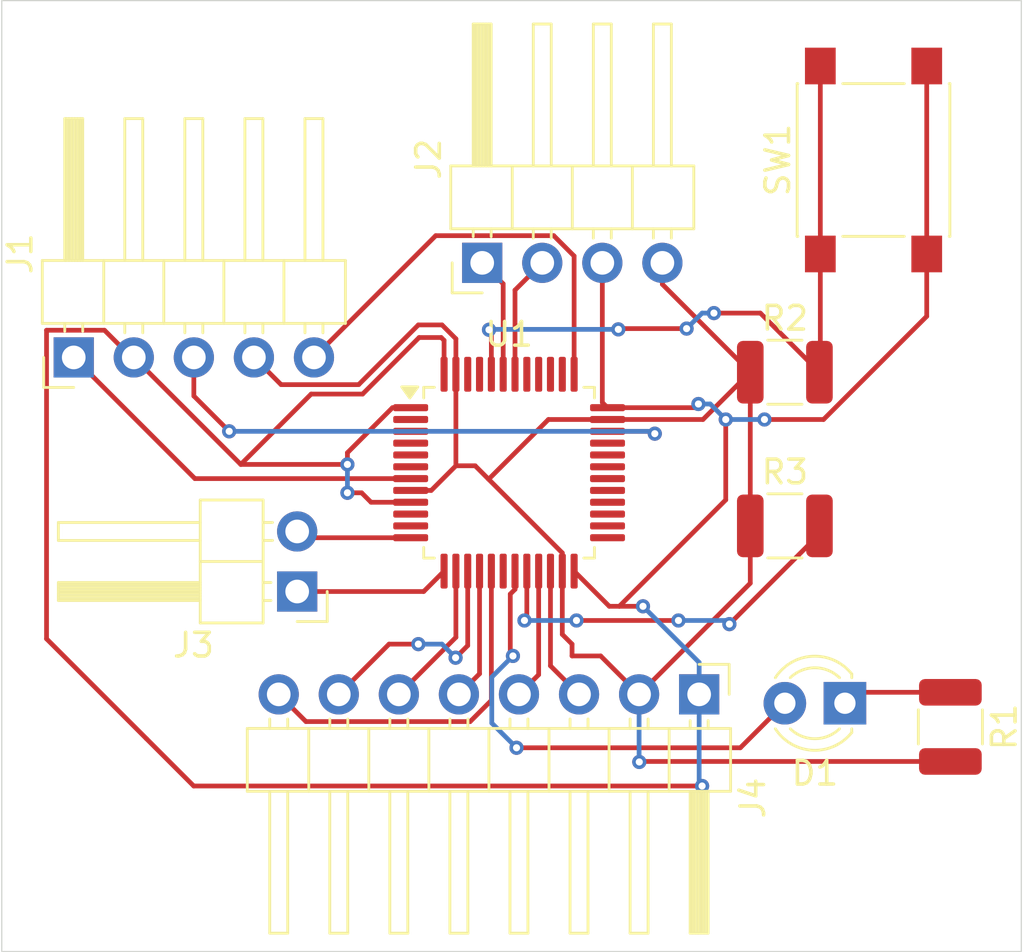
<source format=kicad_pcb>
(kicad_pcb (version 20240108) (generator "pcbnew") (generator_version "8.0")
  (layers (0 "F.Cu" signal) (31 "B.Cu" signal) (34 "B.Paste" user) (35 "F.Paste" user) (36 "B.SilkS" user "B.Silkscreen") (37 "F.SilkS" user "F.Silkscreen") (38 "B.Mask" user) (39 "F.Mask" user) (44 "Edge.Cuts" user))
  (net 0 "")
  (net 1 "Net-(D1-K)")
  (net 2 "DEBUG_LED0")
  (net 3 "+3.3V")
  (net 4 "RST")
  (net 5 "GND")
  (net 6 "SWCLK")
  (net 7 "SWDIO")
  (net 8 "I2C1_SDA")
  (net 9 "I2C1_SCL")
  (net 10 "RESERVED_UART_TX")
  (net 11 "RESERVED_UART_RX")
  (net 12 "DISPLAY_MOSI1")
  (net 13 "DISPLAY_SS1")
  (net 14 "DISPLAY_MISO1")
  (net 15 "DISPLAY_BUSY")
  (net 16 "DISPLAY_RESET")
  (net 17 "DISPLAY_SCK1")
  (net 18 "BOOT0")
  (net 19 "BOOT1")
  (footprint "Connector_PinHeader_2.54mm:PinHeader_1x04_P2.54mm_Horizontal" (layer "F.Cu") (at 42.2 39.875 90)
    (property "Reference" "J2" (at 4.385 -2.27 90) (layer "F.SilkS"))
    (property "Value" "A2541WR-4P")
    (fp_line (start 4.1 -1.33) (end 1.44 -1.33) (stroke (width 0.12)) (layer "F.SilkS"))
    (fp_line (start 1.44 -1.33) (end 1.44 8.95) (stroke (width 0.12)) (layer "F.SilkS"))
    (fp_line (start -1.27 -1.27) (end 0 -1.27) (stroke (width 0.12)) (layer "F.SilkS"))
    (fp_line (start 10.1 -0.38) (end 10.1 0.38) (stroke (width 0.12)) (layer "F.SilkS"))
    (fp_line (start 4.1 -0.38) (end 10.1 -0.38) (stroke (width 0.12)) (layer "F.SilkS"))
    (fp_line (start 1.11 -0.38) (end 1.44 -0.38) (stroke (width 0.12)) (layer "F.SilkS"))
    (fp_line (start 4.1 -0.32) (end 10.1 -0.32) (stroke (width 0.12)) (layer "F.SilkS"))
    (fp_line (start 4.1 -0.2) (end 10.1 -0.2) (stroke (width 0.12)) (layer "F.SilkS"))
    (fp_line (start 4.1 -0.08) (end 10.1 -0.08) (stroke (width 0.12)) (layer "F.SilkS"))
    (fp_line (start -1.27 0) (end -1.27 -1.27) (stroke (width 0.12)) (layer "F.SilkS"))
    (fp_line (start 4.1 0.04) (end 10.1 0.04) (stroke (width 0.12)) (layer "F.SilkS"))
    (fp_line (start 4.1 0.16) (end 10.1 0.16) (stroke (width 0.12)) (layer "F.SilkS"))
    (fp_line (start 4.1 0.28) (end 10.1 0.28) (stroke (width 0.12)) (layer "F.SilkS"))
    (fp_line (start 10.1 0.38) (end 4.1 0.38) (stroke (width 0.12)) (layer "F.SilkS"))
    (fp_line (start 1.11 0.38) (end 1.44 0.38) (stroke (width 0.12)) (layer "F.SilkS"))
    (fp_line (start 1.44 1.27) (end 4.1 1.27) (stroke (width 0.12)) (layer "F.SilkS"))
    (fp_line (start 10.1 2.16) (end 10.1 2.92) (stroke (width 0.12)) (layer "F.SilkS"))
    (fp_line (start 4.1 2.16) (end 10.1 2.16) (stroke (width 0.12)) (layer "F.SilkS"))
    (fp_line (start 1.042929 2.16) (end 1.44 2.16) (stroke (width 0.12)) (layer "F.SilkS"))
    (fp_line (start 10.1 2.92) (end 4.1 2.92) (stroke (width 0.12)) (layer "F.SilkS"))
    (fp_line (start 1.042929 2.92) (end 1.44 2.92) (stroke (width 0.12)) (layer "F.SilkS"))
    (fp_line (start 1.44 3.81) (end 4.1 3.81) (stroke (width 0.12)) (layer "F.SilkS"))
    (fp_line (start 10.1 4.7) (end 10.1 5.46) (stroke (width 0.12)) (layer "F.SilkS"))
    (fp_line (start 4.1 4.7) (end 10.1 4.7) (stroke (width 0.12)) (layer "F.SilkS"))
    (fp_line (start 1.042929 4.7) (end 1.44 4.7) (stroke (width 0.12)) (layer "F.SilkS"))
    (fp_line (start 10.1 5.46) (end 4.1 5.46) (stroke (width 0.12)) (layer "F.SilkS"))
    (fp_line (start 1.042929 5.46) (end 1.44 5.46) (stroke (width 0.12)) (layer "F.SilkS"))
    (fp_line (start 1.44 6.35) (end 4.1 6.35) (stroke (width 0.12)) (layer "F.SilkS"))
    (fp_line (start 10.1 7.24) (end 10.1 8) (stroke (width 0.12)) (layer "F.SilkS"))
    (fp_line (start 4.1 7.24) (end 10.1 7.24) (stroke (width 0.12)) (layer "F.SilkS"))
    (fp_line (start 1.042929 7.24) (end 1.44 7.24) (stroke (width 0.12)) (layer "F.SilkS"))
    (fp_line (start 10.1 8) (end 4.1 8) (stroke (width 0.12)) (layer "F.SilkS"))
    (fp_line (start 1.042929 8) (end 1.44 8) (stroke (width 0.12)) (layer "F.SilkS"))
    (fp_line (start 4.1 8.95) (end 4.1 -1.33) (stroke (width 0.12)) (layer "F.SilkS"))
    (fp_line (start 1.44 8.95) (end 4.1 8.95) (stroke (width 0.12)) (layer "F.SilkS"))
    (pad "1" thru_hole rect (at 0 0 90) (size 1.7 1.7) (drill 1) (layers "*.Cu" "*.Mask") (net 8 "I2C1_SDA"))
    (pad "2" thru_hole oval (at 0 2.54 90) (size 1.7 1.7) (drill 1) (layers "*.Cu" "*.Mask") (net 9 "I2C1_SCL"))
    (pad "3" thru_hole oval (at 0 5.08 90) (size 1.7 1.7) (drill 1) (layers "*.Cu" "*.Mask") (net 3 "+3.3V"))
    (pad "4" thru_hole oval (at 0 7.62 90) (size 1.7 1.7) (drill 1) (layers "*.Cu" "*.Mask") (net 5 "GND"))
  )
  (footprint "Button_Switch_SMD:SW_Push_1P1T_NO_6x6mm_H9.5mm" (layer "F.Cu") (at 58.75 35.525 90)
    (property "Reference" "SW1" (at 0 -4.05 90) (layer "F.SilkS"))
    (property "Value" "KH-6X6X6H-STM")
    (fp_line (start 3.23 -3.23) (end 3.23 -3.2) (stroke (width 0.12)) (layer "F.SilkS"))
    (fp_line (start -3.23 -3.23) (end 3.23 -3.23) (stroke (width 0.12)) (layer "F.SilkS"))
    (fp_line (start -3.23 -3.2) (end -3.23 -3.23) (stroke (width 0.12)) (layer "F.SilkS"))
    (fp_line (start 3.23 -1.3) (end 3.23 1.3) (stroke (width 0.12)) (layer "F.SilkS"))
    (fp_line (start -3.23 -1.3) (end -3.23 1.3) (stroke (width 0.12)) (layer "F.SilkS"))
    (fp_line (start 3.23 3.23) (end 3.23 3.2) (stroke (width 0.12)) (layer "F.SilkS"))
    (fp_line (start -3.23 3.23) (end -3.23 3.2) (stroke (width 0.12)) (layer "F.SilkS"))
    (fp_line (start -3.23 3.23) (end 3.23 3.23) (stroke (width 0.12)) (layer "F.SilkS"))
    (pad "1" smd rect (at -3.975 -2.25 90) (size 1.55 1.3) (layers "F.Cu" "F.Paste" "F.Mask") (net 18 "BOOT0"))
    (pad "1" smd rect (at 3.975 -2.25 90) (size 1.55 1.3) (layers "F.Cu" "F.Paste" "F.Mask") (net 18 "BOOT0"))
    (pad "2" smd rect (at -3.975 2.25 90) (size 1.55 1.3) (layers "F.Cu" "F.Paste" "F.Mask") (net 3 "+3.3V"))
    (pad "2" smd rect (at 3.975 2.25 90) (size 1.55 1.3) (layers "F.Cu" "F.Paste" "F.Mask") (net 3 "+3.3V"))
  )
  (footprint "Connector_PinHeader_2.54mm:PinHeader_1x05_P2.54mm_Horizontal" (layer "F.Cu") (at 24.925 43.875 90)
    (property "Reference" "J1" (at 4.385 -2.27 90) (layer "F.SilkS"))
    (property "Value" "A2541WR-5P")
    (fp_line (start 4.1 -1.33) (end 1.44 -1.33) (stroke (width 0.12)) (layer "F.SilkS"))
    (fp_line (start 1.44 -1.33) (end 1.44 11.49) (stroke (width 0.12)) (layer "F.SilkS"))
    (fp_line (start -1.27 -1.27) (end 0 -1.27) (stroke (width 0.12)) (layer "F.SilkS"))
    (fp_line (start 10.1 -0.38) (end 10.1 0.38) (stroke (width 0.12)) (layer "F.SilkS"))
    (fp_line (start 4.1 -0.38) (end 10.1 -0.38) (stroke (width 0.12)) (layer "F.SilkS"))
    (fp_line (start 1.11 -0.38) (end 1.44 -0.38) (stroke (width 0.12)) (layer "F.SilkS"))
    (fp_line (start 4.1 -0.32) (end 10.1 -0.32) (stroke (width 0.12)) (layer "F.SilkS"))
    (fp_line (start 4.1 -0.2) (end 10.1 -0.2) (stroke (width 0.12)) (layer "F.SilkS"))
    (fp_line (start 4.1 -0.08) (end 10.1 -0.08) (stroke (width 0.12)) (layer "F.SilkS"))
    (fp_line (start -1.27 0) (end -1.27 -1.27) (stroke (width 0.12)) (layer "F.SilkS"))
    (fp_line (start 4.1 0.04) (end 10.1 0.04) (stroke (width 0.12)) (layer "F.SilkS"))
    (fp_line (start 4.1 0.16) (end 10.1 0.16) (stroke (width 0.12)) (layer "F.SilkS"))
    (fp_line (start 4.1 0.28) (end 10.1 0.28) (stroke (width 0.12)) (layer "F.SilkS"))
    (fp_line (start 10.1 0.38) (end 4.1 0.38) (stroke (width 0.12)) (layer "F.SilkS"))
    (fp_line (start 1.11 0.38) (end 1.44 0.38) (stroke (width 0.12)) (layer "F.SilkS"))
    (fp_line (start 1.44 1.27) (end 4.1 1.27) (stroke (width 0.12)) (layer "F.SilkS"))
    (fp_line (start 10.1 2.16) (end 10.1 2.92) (stroke (width 0.12)) (layer "F.SilkS"))
    (fp_line (start 4.1 2.16) (end 10.1 2.16) (stroke (width 0.12)) (layer "F.SilkS"))
    (fp_line (start 1.042929 2.16) (end 1.44 2.16) (stroke (width 0.12)) (layer "F.SilkS"))
    (fp_line (start 10.1 2.92) (end 4.1 2.92) (stroke (width 0.12)) (layer "F.SilkS"))
    (fp_line (start 1.042929 2.92) (end 1.44 2.92) (stroke (width 0.12)) (layer "F.SilkS"))
    (fp_line (start 1.44 3.81) (end 4.1 3.81) (stroke (width 0.12)) (layer "F.SilkS"))
    (fp_line (start 10.1 4.7) (end 10.1 5.46) (stroke (width 0.12)) (layer "F.SilkS"))
    (fp_line (start 4.1 4.7) (end 10.1 4.7) (stroke (width 0.12)) (layer "F.SilkS"))
    (fp_line (start 1.042929 4.7) (end 1.44 4.7) (stroke (width 0.12)) (layer "F.SilkS"))
    (fp_line (start 10.1 5.46) (end 4.1 5.46) (stroke (width 0.12)) (layer "F.SilkS"))
    (fp_line (start 1.042929 5.46) (end 1.44 5.46) (stroke (width 0.12)) (layer "F.SilkS"))
    (fp_line (start 1.44 6.35) (end 4.1 6.35) (stroke (width 0.12)) (layer "F.SilkS"))
    (fp_line (start 10.1 7.24) (end 10.1 8) (stroke (width 0.12)) (layer "F.SilkS"))
    (fp_line (start 4.1 7.24) (end 10.1 7.24) (stroke (width 0.12)) (layer "F.SilkS"))
    (fp_line (start 1.042929 7.24) (end 1.44 7.24) (stroke (width 0.12)) (layer "F.SilkS"))
    (fp_line (start 10.1 8) (end 4.1 8) (stroke (width 0.12)) (layer "F.SilkS"))
    (fp_line (start 1.042929 8) (end 1.44 8) (stroke (width 0.12)) (layer "F.SilkS"))
    (fp_line (start 1.44 8.89) (end 4.1 8.89) (stroke (width 0.12)) (layer "F.SilkS"))
    (fp_line (start 10.1 9.78) (end 10.1 10.54) (stroke (width 0.12)) (layer "F.SilkS"))
    (fp_line (start 4.1 9.78) (end 10.1 9.78) (stroke (width 0.12)) (layer "F.SilkS"))
    (fp_line (start 1.042929 9.78) (end 1.44 9.78) (stroke (width 0.12)) (layer "F.SilkS"))
    (fp_line (start 10.1 10.54) (end 4.1 10.54) (stroke (width 0.12)) (layer "F.SilkS"))
    (fp_line (start 1.042929 10.54) (end 1.44 10.54) (stroke (width 0.12)) (layer "F.SilkS"))
    (fp_line (start 4.1 11.49) (end 4.1 -1.33) (stroke (width 0.12)) (layer "F.SilkS"))
    (fp_line (start 1.44 11.49) (end 4.1 11.49) (stroke (width 0.12)) (layer "F.SilkS"))
    (pad "1" thru_hole rect (at 0 0 90) (size 1.7 1.7) (drill 1) (layers "*.Cu" "*.Mask") (net 4 "RST"))
    (pad "2" thru_hole oval (at 0 2.54 90) (size 1.7 1.7) (drill 1) (layers "*.Cu" "*.Mask") (net 3 "+3.3V"))
    (pad "3" thru_hole oval (at 0 5.08 90) (size 1.7 1.7) (drill 1) (layers "*.Cu" "*.Mask") (net 7 "SWDIO"))
    (pad "4" thru_hole oval (at 0 7.62 90) (size 1.7 1.7) (drill 1) (layers "*.Cu" "*.Mask") (net 5 "GND"))
    (pad "5" thru_hole oval (at 0 10.16 90) (size 1.7 1.7) (drill 1) (layers "*.Cu" "*.Mask") (net 6 "SWCLK"))
  )
  (footprint "Resistor_SMD:R_1210_3225Metric" (layer "F.Cu") (at 62 59.5 -90)
    (property "Reference" "R1" (at 0 -2.28 90) (layer "F.SilkS"))
    (property "Value" "1k Ohm")
    (fp_line (start -0.723737 1.355) (end 0.723737 1.355) (stroke (width 0.12)) (layer "F.SilkS"))
    (fp_line (start -0.723737 -1.355) (end 0.723737 -1.355) (stroke (width 0.12)) (layer "F.SilkS"))
    (pad "1" smd roundrect (at -1.4625 0 270) (size 1.125 2.65) (layers "F.Cu" "F.Paste" "F.Mask") (roundrect_rratio 0.222222) (net 1 "Net-(D1-K)"))
    (pad "2" smd roundrect (at 1.4625 0 270) (size 1.125 2.65) (layers "F.Cu" "F.Paste" "F.Mask") (roundrect_rratio 0.222222) (net 5 "GND"))
  )
  (footprint "Package_QFP:LQFP-48_7x7mm_P0.5mm" (layer "F.Cu") (at 43.3375 48.75)
    (property "Reference" "U1" (at 0 -5.85 0) (layer "F.SilkS"))
    (property "Value" "CH32V203C8T6")
    (fp_line (start -3.61 -3.61) (end -3.61 -3.16) (stroke (width 0.12)) (layer "F.SilkS"))
    (fp_line (start -3.61 3.61) (end -3.61 3.16) (stroke (width 0.12)) (layer "F.SilkS"))
    (fp_line (start -3.16 -3.61) (end -3.61 -3.61) (stroke (width 0.12)) (layer "F.SilkS"))
    (fp_line (start -3.16 3.61) (end -3.61 3.61) (stroke (width 0.12)) (layer "F.SilkS"))
    (fp_line (start 3.16 -3.61) (end 3.61 -3.61) (stroke (width 0.12)) (layer "F.SilkS"))
    (fp_line (start 3.16 3.61) (end 3.61 3.61) (stroke (width 0.12)) (layer "F.SilkS"))
    (fp_line (start 3.61 -3.61) (end 3.61 -3.16) (stroke (width 0.12)) (layer "F.SilkS"))
    (fp_line (start 3.61 3.61) (end 3.61 3.16) (stroke (width 0.12)) (layer "F.SilkS"))
    (fp_poly (pts (xy -4.2 -3.16) (xy -4.54 -3.63) (xy -3.86 -3.63) (xy -4.2 -3.16)) (stroke (width 0.12)) (fill solid) (layer "F.SilkS"))
    (pad "1" smd roundrect (at -4.1625 -2.75) (size 1.475 0.3) (layers "F.Cu" "F.Paste" "F.Mask") (net 3 "+3.3V"))
    (pad "2" smd roundrect (at -4.1625 -2.25) (size 1.475 0.3) (layers "F.Cu" "F.Paste" "F.Mask"))
    (pad "3" smd roundrect (at -4.1625 -1.75) (size 1.475 0.3) (layers "F.Cu" "F.Paste" "F.Mask"))
    (pad "4" smd roundrect (at -4.1625 -1.25) (size 1.475 0.3) (layers "F.Cu" "F.Paste" "F.Mask"))
    (pad "5" smd roundrect (at -4.1625 -0.75) (size 1.475 0.3) (layers "F.Cu" "F.Paste" "F.Mask"))
    (pad "6" smd roundrect (at -4.1625 -0.25) (size 1.475 0.3) (layers "F.Cu" "F.Paste" "F.Mask"))
    (pad "7" smd roundrect (at -4.1625 0.25) (size 1.475 0.3) (layers "F.Cu" "F.Paste" "F.Mask") (net 4 "RST"))
    (pad "8" smd roundrect (at -4.1625 0.75) (size 1.475 0.3) (layers "F.Cu" "F.Paste" "F.Mask") (net 5 "GND"))
    (pad "9" smd roundrect (at -4.1625 1.25) (size 1.475 0.3) (layers "F.Cu" "F.Paste" "F.Mask") (net 3 "+3.3V"))
    (pad "10" smd roundrect (at -4.1625 1.75) (size 1.475 0.3) (layers "F.Cu" "F.Paste" "F.Mask"))
    (pad "11" smd roundrect (at -4.1625 2.25) (size 1.475 0.3) (layers "F.Cu" "F.Paste" "F.Mask"))
    (pad "12" smd roundrect (at -4.1625 2.75) (size 1.475 0.3) (layers "F.Cu" "F.Paste" "F.Mask") (net 10 "RESERVED_UART_TX"))
    (pad "13" smd roundrect (at -2.75 4.1625) (size 0.3 1.475) (layers "F.Cu" "F.Paste" "F.Mask") (net 11 "RESERVED_UART_RX"))
    (pad "14" smd roundrect (at -2.25 4.1625) (size 0.3 1.475) (layers "F.Cu" "F.Paste" "F.Mask") (net 13 "DISPLAY_SS1"))
    (pad "15" smd roundrect (at -1.75 4.1625) (size 0.3 1.475) (layers "F.Cu" "F.Paste" "F.Mask") (net 17 "DISPLAY_SCK1"))
    (pad "16" smd roundrect (at -1.25 4.1625) (size 0.3 1.475) (layers "F.Cu" "F.Paste" "F.Mask") (net 14 "DISPLAY_MISO1"))
    (pad "17" smd roundrect (at -0.75 4.1625) (size 0.3 1.475) (layers "F.Cu" "F.Paste" "F.Mask") (net 12 "DISPLAY_MOSI1"))
    (pad "18" smd roundrect (at -0.25 4.1625) (size 0.3 1.475) (layers "F.Cu" "F.Paste" "F.Mask"))
    (pad "19" smd roundrect (at 0.25 4.1625) (size 0.3 1.475) (layers "F.Cu" "F.Paste" "F.Mask") (net 2 "DEBUG_LED0"))
    (pad "20" smd roundrect (at 0.75 4.1625) (size 0.3 1.475) (layers "F.Cu" "F.Paste" "F.Mask") (net 19 "BOOT1"))
    (pad "21" smd roundrect (at 1.25 4.1625) (size 0.3 1.475) (layers "F.Cu" "F.Paste" "F.Mask") (net 16 "DISPLAY_RESET"))
    (pad "22" smd roundrect (at 1.75 4.1625) (size 0.3 1.475) (layers "F.Cu" "F.Paste" "F.Mask") (net 15 "DISPLAY_BUSY"))
    (pad "23" smd roundrect (at 2.25 4.1625) (size 0.3 1.475) (layers "F.Cu" "F.Paste" "F.Mask") (net 5 "GND"))
    (pad "24" smd roundrect (at 2.75 4.1625) (size 0.3 1.475) (layers "F.Cu" "F.Paste" "F.Mask") (net 3 "+3.3V"))
    (pad "25" smd roundrect (at 4.1625 2.75) (size 1.475 0.3) (layers "F.Cu" "F.Paste" "F.Mask"))
    (pad "26" smd roundrect (at 4.1625 2.25) (size 1.475 0.3) (layers "F.Cu" "F.Paste" "F.Mask"))
    (pad "27" smd roundrect (at 4.1625 1.75) (size 1.475 0.3) (layers "F.Cu" "F.Paste" "F.Mask"))
    (pad "28" smd roundrect (at 4.1625 1.25) (size 1.475 0.3) (layers "F.Cu" "F.Paste" "F.Mask"))
    (pad "29" smd roundrect (at 4.1625 0.75) (size 1.475 0.3) (layers "F.Cu" "F.Paste" "F.Mask"))
    (pad "30" smd roundrect (at 4.1625 0.25) (size 1.475 0.3) (layers "F.Cu" "F.Paste" "F.Mask"))
    (pad "31" smd roundrect (at 4.1625 -0.25) (size 1.475 0.3) (layers "F.Cu" "F.Paste" "F.Mask"))
    (pad "32" smd roundrect (at 4.1625 -0.75) (size 1.475 0.3) (layers "F.Cu" "F.Paste" "F.Mask"))
    (pad "33" smd roundrect (at 4.1625 -1.25) (size 1.475 0.3) (layers "F.Cu" "F.Paste" "F.Mask"))
    (pad "34" smd roundrect (at 4.1625 -1.75) (size 1.475 0.3) (layers "F.Cu" "F.Paste" "F.Mask") (net 7 "SWDIO"))
    (pad "35" smd roundrect (at 4.1625 -2.25) (size 1.475 0.3) (layers "F.Cu" "F.Paste" "F.Mask") (net 5 "GND"))
    (pad "36" smd roundrect (at 4.1625 -2.75) (size 1.475 0.3) (layers "F.Cu" "F.Paste" "F.Mask") (net 3 "+3.3V"))
    (pad "37" smd roundrect (at 2.75 -4.1625) (size 0.3 1.475) (layers "F.Cu" "F.Paste" "F.Mask") (net 6 "SWCLK"))
    (pad "38" smd roundrect (at 2.25 -4.1625) (size 0.3 1.475) (layers "F.Cu" "F.Paste" "F.Mask"))
    (pad "39" smd roundrect (at 1.75 -4.1625) (size 0.3 1.475) (layers "F.Cu" "F.Paste" "F.Mask"))
    (pad "40" smd roundrect (at 1.25 -4.1625) (size 0.3 1.475) (layers "F.Cu" "F.Paste" "F.Mask"))
    (pad "41" smd roundrect (at 0.75 -4.1625) (size 0.3 1.475) (layers "F.Cu" "F.Paste" "F.Mask"))
    (pad "42" smd roundrect (at 0.25 -4.1625) (size 0.3 1.475) (layers "F.Cu" "F.Paste" "F.Mask") (net 9 "I2C1_SCL"))
    (pad "43" smd roundrect (at -0.25 -4.1625) (size 0.3 1.475) (layers "F.Cu" "F.Paste" "F.Mask") (net 8 "I2C1_SDA"))
    (pad "44" smd roundrect (at -0.75 -4.1625) (size 0.3 1.475) (layers "F.Cu" "F.Paste" "F.Mask") (net 18 "BOOT0"))
    (pad "45" smd roundrect (at -1.25 -4.1625) (size 0.3 1.475) (layers "F.Cu" "F.Paste" "F.Mask"))
    (pad "46" smd roundrect (at -1.75 -4.1625) (size 0.3 1.475) (layers "F.Cu" "F.Paste" "F.Mask"))
    (pad "47" smd roundrect (at -2.25 -4.1625) (size 0.3 1.475) (layers "F.Cu" "F.Paste" "F.Mask") (net 5 "GND"))
    (pad "48" smd roundrect (at -2.75 -4.1625) (size 0.3 1.475) (layers "F.Cu" "F.Paste" "F.Mask") (net 3 "+3.3V"))
  )
  (footprint "Resistor_SMD:R_1210_3225Metric" (layer "F.Cu") (at 55 44.5)
    (property "Reference" "R2" (at 0 -2.28 360) (layer "F.SilkS"))
    (property "Value" "10k Ohm")
    (fp_line (start -0.723737 -1.355) (end 0.723737 -1.355) (stroke (width 0.12)) (layer "F.SilkS"))
    (fp_line (start -0.723737 1.355) (end 0.723737 1.355) (stroke (width 0.12)) (layer "F.SilkS"))
    (pad "1" smd roundrect (at -1.4625 0) (size 1.125 2.65) (layers "F.Cu" "F.Paste" "F.Mask") (roundrect_rratio 0.222222) (net 5 "GND"))
    (pad "2" smd roundrect (at 1.4625 0) (size 1.125 2.65) (layers "F.Cu" "F.Paste" "F.Mask") (roundrect_rratio 0.222222) (net 18 "BOOT0"))
  )
  (footprint "LED_THT:LED_D3.0mm" (layer "F.Cu") (at 57.54 58.5 180)
    (property "Reference" "D1" (at 1.27 -2.96 360) (layer "F.SilkS"))
    (property "Value" "NFD3401URD")
    (fp_line (start -0.29 1.08) (end -0.29 1.236) (stroke (width 0.12)) (layer "F.SilkS"))
    (fp_line (start -0.29 -1.236) (end -0.29 -1.08) (stroke (width 0.12)) (layer "F.SilkS"))
    (fp_arc (start 2.942335 1.078608) (mid 1.366487 1.987659) (end -0.29 1.235516) (stroke (width 0.12)) (layer "F.SilkS"))
    (fp_arc (start 2.31113 1.079837) (mid 1.270117 1.5) (end 0.229039 1.08) (stroke (width 0.12)) (layer "F.SilkS"))
    (fp_arc (start 0.229039 -1.08) (mid 1.270117 -1.5) (end 2.31113 -1.079837) (stroke (width 0.12)) (layer "F.SilkS"))
    (fp_arc (start -0.29 -1.235516) (mid 1.366487 -1.987659) (end 2.942335 -1.078608) (stroke (width 0.12)) (layer "F.SilkS"))
    (pad "1" thru_hole rect (at 0 0 180) (size 1.8 1.8) (drill 0.9) (layers "*.Cu" "*.Mask") (net 1 "Net-(D1-K)"))
    (pad "2" thru_hole circle (at 2.54 0 180) (size 1.8 1.8) (drill 0.9) (layers "*.Cu" "*.Mask") (net 2 "DEBUG_LED0"))
  )
  (footprint "Connector_PinHeader_2.54mm:PinHeader_1x02_P2.54mm_Horizontal" (layer "F.Cu") (at 34.375 53.775 180)
    (property "Reference" "J3" (at 4.385 -2.27 360) (layer "F.SilkS"))
    (property "Value" "A2541WR-2P")
    (fp_line (start 10.1 2.92) (end 4.1 2.92) (stroke (width 0.12)) (layer "F.SilkS"))
    (fp_line (start 10.1 2.16) (end 10.1 2.92) (stroke (width 0.12)) (layer "F.SilkS"))
    (fp_line (start 10.1 0.38) (end 4.1 0.38) (stroke (width 0.12)) (layer "F.SilkS"))
    (fp_line (start 10.1 -0.38) (end 10.1 0.38) (stroke (width 0.12)) (layer "F.SilkS"))
    (fp_line (start 4.1 3.87) (end 4.1 -1.33) (stroke (width 0.12)) (layer "F.SilkS"))
    (fp_line (start 4.1 2.16) (end 10.1 2.16) (stroke (width 0.12)) (layer "F.SilkS"))
    (fp_line (start 4.1 0.28) (end 10.1 0.28) (stroke (width 0.12)) (layer "F.SilkS"))
    (fp_line (start 4.1 0.16) (end 10.1 0.16) (stroke (width 0.12)) (layer "F.SilkS"))
    (fp_line (start 4.1 0.04) (end 10.1 0.04) (stroke (width 0.12)) (layer "F.SilkS"))
    (fp_line (start 4.1 -0.08) (end 10.1 -0.08) (stroke (width 0.12)) (layer "F.SilkS"))
    (fp_line (start 4.1 -0.2) (end 10.1 -0.2) (stroke (width 0.12)) (layer "F.SilkS"))
    (fp_line (start 4.1 -0.32) (end 10.1 -0.32) (stroke (width 0.12)) (layer "F.SilkS"))
    (fp_line (start 4.1 -0.38) (end 10.1 -0.38) (stroke (width 0.12)) (layer "F.SilkS"))
    (fp_line (start 4.1 -1.33) (end 1.44 -1.33) (stroke (width 0.12)) (layer "F.SilkS"))
    (fp_line (start 1.44 3.87) (end 4.1 3.87) (stroke (width 0.12)) (layer "F.SilkS"))
    (fp_line (start 1.44 1.27) (end 4.1 1.27) (stroke (width 0.12)) (layer "F.SilkS"))
    (fp_line (start 1.44 -1.33) (end 1.44 3.87) (stroke (width 0.12)) (layer "F.SilkS"))
    (fp_line (start 1.11 0.38) (end 1.44 0.38) (stroke (width 0.12)) (layer "F.SilkS"))
    (fp_line (start 1.11 -0.38) (end 1.44 -0.38) (stroke (width 0.12)) (layer "F.SilkS"))
    (fp_line (start 1.042929 2.92) (end 1.44 2.92) (stroke (width 0.12)) (layer "F.SilkS"))
    (fp_line (start 1.042929 2.16) (end 1.44 2.16) (stroke (width 0.12)) (layer "F.SilkS"))
    (fp_line (start -1.27 0) (end -1.27 -1.27) (stroke (width 0.12)) (layer "F.SilkS"))
    (fp_line (start -1.27 -1.27) (end 0 -1.27) (stroke (width 0.12)) (layer "F.SilkS"))
    (pad "1" thru_hole rect (at 0 0 180) (size 1.7 1.7) (drill 1) (layers "*.Cu" "*.Mask") (net 11 "RESERVED_UART_RX"))
    (pad "2" thru_hole oval (at 0 2.54 180) (size 1.7 1.7) (drill 1) (layers "*.Cu" "*.Mask") (net 10 "RESERVED_UART_TX"))
  )
  (footprint "Connector_PinHeader_2.54mm:PinHeader_1x08_P2.54mm_Horizontal" (layer "F.Cu") (at 51.375 58.125 -90)
    (property "Reference" "J4" (at 4.385 -2.27 90) (layer "F.SilkS"))
    (property "Value" "A2541WR-8P")
    (fp_line (start 1.44 19.11) (end 4.1 19.11) (stroke (width 0.12)) (layer "F.SilkS"))
    (fp_line (start 4.1 19.11) (end 4.1 -1.33) (stroke (width 0.12)) (layer "F.SilkS"))
    (fp_line (start 1.042929 18.16) (end 1.44 18.16) (stroke (width 0.12)) (layer "F.SilkS"))
    (fp_line (start 10.1 18.16) (end 4.1 18.16) (stroke (width 0.12)) (layer "F.SilkS"))
    (fp_line (start 1.042929 17.4) (end 1.44 17.4) (stroke (width 0.12)) (layer "F.SilkS"))
    (fp_line (start 4.1 17.4) (end 10.1 17.4) (stroke (width 0.12)) (layer "F.SilkS"))
    (fp_line (start 10.1 17.4) (end 10.1 18.16) (stroke (width 0.12)) (layer "F.SilkS"))
    (fp_line (start 1.44 16.51) (end 4.1 16.51) (stroke (width 0.12)) (layer "F.SilkS"))
    (fp_line (start 1.042929 15.62) (end 1.44 15.62) (stroke (width 0.12)) (layer "F.SilkS"))
    (fp_line (start 10.1 15.62) (end 4.1 15.62) (stroke (width 0.12)) (layer "F.SilkS"))
    (fp_line (start 1.042929 14.86) (end 1.44 14.86) (stroke (width 0.12)) (layer "F.SilkS"))
    (fp_line (start 4.1 14.86) (end 10.1 14.86) (stroke (width 0.12)) (layer "F.SilkS"))
    (fp_line (start 10.1 14.86) (end 10.1 15.62) (stroke (width 0.12)) (layer "F.SilkS"))
    (fp_line (start 1.44 13.97) (end 4.1 13.97) (stroke (width 0.12)) (layer "F.SilkS"))
    (fp_line (start 1.042929 13.08) (end 1.44 13.08) (stroke (width 0.12)) (layer "F.SilkS"))
    (fp_line (start 10.1 13.08) (end 4.1 13.08) (stroke (width 0.12)) (layer "F.SilkS"))
    (fp_line (start 1.042929 12.32) (end 1.44 12.32) (stroke (width 0.12)) (layer "F.SilkS"))
    (fp_line (start 4.1 12.32) (end 10.1 12.32) (stroke (width 0.12)) (layer "F.SilkS"))
    (fp_line (start 10.1 12.32) (end 10.1 13.08) (stroke (width 0.12)) (layer "F.SilkS"))
    (fp_line (start 1.44 11.43) (end 4.1 11.43) (stroke (width 0.12)) (layer "F.SilkS"))
    (fp_line (start 1.042929 10.54) (end 1.44 10.54) (stroke (width 0.12)) (layer "F.SilkS"))
    (fp_line (start 10.1 10.54) (end 4.1 10.54) (stroke (width 0.12)) (layer "F.SilkS"))
    (fp_line (start 1.042929 9.78) (end 1.44 9.78) (stroke (width 0.12)) (layer "F.SilkS"))
    (fp_line (start 4.1 9.78) (end 10.1 9.78) (stroke (width 0.12)) (layer "F.SilkS"))
    (fp_line (start 10.1 9.78) (end 10.1 10.54) (stroke (width 0.12)) (layer "F.SilkS"))
    (fp_line (start 1.44 8.89) (end 4.1 8.89) (stroke (width 0.12)) (layer "F.SilkS"))
    (fp_line (start 1.042929 8) (end 1.44 8) (stroke (width 0.12)) (layer "F.SilkS"))
    (fp_line (start 10.1 8) (end 4.1 8) (stroke (width 0.12)) (layer "F.SilkS"))
    (fp_line (start 1.042929 7.24) (end 1.44 7.24) (stroke (width 0.12)) (layer "F.SilkS"))
    (fp_line (start 4.1 7.24) (end 10.1 7.24) (stroke (width 0.12)) (layer "F.SilkS"))
    (fp_line (start 10.1 7.24) (end 10.1 8) (stroke (width 0.12)) (layer "F.SilkS"))
    (fp_line (start 1.44 6.35) (end 4.1 6.35) (stroke (width 0.12)) (layer "F.SilkS"))
    (fp_line (start 1.042929 5.46) (end 1.44 5.46) (stroke (width 0.12)) (layer "F.SilkS"))
    (fp_line (start 10.1 5.46) (end 4.1 5.46) (stroke (width 0.12)) (layer "F.SilkS"))
    (fp_line (start 1.042929 4.7) (end 1.44 4.7) (stroke (width 0.12)) (layer "F.SilkS"))
    (fp_line (start 4.1 4.7) (end 10.1 4.7) (stroke (width 0.12)) (layer "F.SilkS"))
    (fp_line (start 10.1 4.7) (end 10.1 5.46) (stroke (width 0.12)) (layer "F.SilkS"))
    (fp_line (start 1.44 3.81) (end 4.1 3.81) (stroke (width 0.12)) (layer "F.SilkS"))
    (fp_line (start 1.042929 2.92) (end 1.44 2.92) (stroke (width 0.12)) (layer "F.SilkS"))
    (fp_line (start 10.1 2.92) (end 4.1 2.92) (stroke (width 0.12)) (layer "F.SilkS"))
    (fp_line (start 1.042929 2.16) (end 1.44 2.16) (stroke (width 0.12)) (layer "F.SilkS"))
    (fp_line (start 4.1 2.16) (end 10.1 2.16) (stroke (width 0.12)) (layer "F.SilkS"))
    (fp_line (start 10.1 2.16) (end 10.1 2.92) (stroke (width 0.12)) (layer "F.SilkS"))
    (fp_line (start 1.44 1.27) (end 4.1 1.27) (stroke (width 0.12)) (layer "F.SilkS"))
    (fp_line (start 1.11 0.38) (end 1.44 0.38) (stroke (width 0.12)) (layer "F.SilkS"))
    (fp_line (start 10.1 0.38) (end 4.1 0.38) (stroke (width 0.12)) (layer "F.SilkS"))
    (fp_line (start 4.1 0.28) (end 10.1 0.28) (stroke (width 0.12)) (layer "F.SilkS"))
    (fp_line (start 4.1 0.16) (end 10.1 0.16) (stroke (width 0.12)) (layer "F.SilkS"))
    (fp_line (start 4.1 0.04) (end 10.1 0.04) (stroke (width 0.12)) (layer "F.SilkS"))
    (fp_line (start -1.27 0) (end -1.27 -1.27) (stroke (width 0.12)) (layer "F.SilkS"))
    (fp_line (start 4.1 -0.08) (end 10.1 -0.08) (stroke (width 0.12)) (layer "F.SilkS"))
    (fp_line (start 4.1 -0.2) (end 10.1 -0.2) (stroke (width 0.12)) (layer "F.SilkS"))
    (fp_line (start 4.1 -0.32) (end 10.1 -0.32) (stroke (width 0.12)) (layer "F.SilkS"))
    (fp_line (start 1.11 -0.38) (end 1.44 -0.38) (stroke (width 0.12)) (layer "F.SilkS"))
    (fp_line (start 4.1 -0.38) (end 10.1 -0.38) (stroke (width 0.12)) (layer "F.SilkS"))
    (fp_line (start 10.1 -0.38) (end 10.1 0.38) (stroke (width 0.12)) (layer "F.SilkS"))
    (fp_line (start -1.27 -1.27) (end 0 -1.27) (stroke (width 0.12)) (layer "F.SilkS"))
    (fp_line (start 1.44 -1.33) (end 1.44 19.11) (stroke (width 0.12)) (layer "F.SilkS"))
    (fp_line (start 4.1 -1.33) (end 1.44 -1.33) (stroke (width 0.12)) (layer "F.SilkS"))
    (pad "1" thru_hole rect (at 0 0 270) (size 1.7 1.7) (drill 1) (layers "*.Cu" "*.Mask") (net 3 "+3.3V"))
    (pad "2" thru_hole oval (at 0 2.54 270) (size 1.7 1.7) (drill 1) (layers "*.Cu" "*.Mask") (net 5 "GND"))
    (pad "3" thru_hole oval (at 0 5.08 270) (size 1.7 1.7) (drill 1) (layers "*.Cu" "*.Mask") (net 15 "DISPLAY_BUSY"))
    (pad "4" thru_hole oval (at 0 7.62 270) (size 1.7 1.7) (drill 1) (layers "*.Cu" "*.Mask") (net 16 "DISPLAY_RESET"))
    (pad "5" thru_hole oval (at 0 10.16 270) (size 1.7 1.7) (drill 1) (layers "*.Cu" "*.Mask") (net 14 "DISPLAY_MISO1"))
    (pad "6" thru_hole oval (at 0 12.7 270) (size 1.7 1.7) (drill 1) (layers "*.Cu" "*.Mask") (net 13 "DISPLAY_SS1"))
    (pad "7" thru_hole oval (at 0 15.24 270) (size 1.7 1.7) (drill 1) (layers "*.Cu" "*.Mask") (net 17 "DISPLAY_SCK1"))
    (pad "8" thru_hole oval (at 0 17.78 270) (size 1.7 1.7) (drill 1) (layers "*.Cu" "*.Mask") (net 12 "DISPLAY_MOSI1"))
  )
  (footprint "Resistor_SMD:R_1210_3225Metric" (layer "F.Cu") (at 55 51)
    (property "Reference" "R3" (at 0 -2.28 0) (layer "F.SilkS"))
    (property "Value" "10k Ohm")
    (fp_line (start -0.723737 -1.355) (end 0.723737 -1.355) (stroke (width 0.12)) (layer "F.SilkS"))
    (fp_line (start -0.723737 1.355) (end 0.723737 1.355) (stroke (width 0.12)) (layer "F.SilkS"))
    (pad "1" smd roundrect (at -1.4625 0) (size 1.125 2.65) (layers "F.Cu" "F.Paste" "F.Mask") (roundrect_rratio 0.222222) (net 5 "GND"))
    (pad "2" smd roundrect (at 1.4625 0) (size 1.125 2.65) (layers "F.Cu" "F.Paste" "F.Mask") (roundrect_rratio 0.222222) (net 19 "BOOT1"))
  )
  (gr_rect (start 21.881294 28.783591) (end 65 69) (stroke (width 0.05)) (fill none) (layer "Edge.Cuts"))
  (segment (start 62 58.0375) (end 58.0025 58.0375) (width 0.2) (layer "F.Cu") (net 1))
  (segment (start 58.0025 58.0375) (end 57.54 58.5) (width 0.2) (layer "F.Cu") (net 1))
  (segment (start 43.3875 56.3875) (end 43.3875 53.88241) (width 0.2) (layer "F.Cu") (net 2))
  (segment (start 53.11621 60.38379) (end 43.651322 60.38379) (width 0.2) (layer "F.Cu") (net 2))
  (segment (start 55 58.5) (end 53.11621 60.38379) (width 0.2) (layer "F.Cu") (net 2))
  (segment (start 43.5 56.5) (end 43.3875 56.3875) (width 0.2) (layer "F.Cu") (net 2))
  (segment (start 43.3875 53.88241) (end 43.5875 53.68241) (width 0.2) (layer "F.Cu") (net 2))
  (segment (start 43.5875 53.68241) (end 43.5875 52.9125) (width 0.2) (layer "F.Cu") (net 2))
  (via (at 43.651322 60.38379) (size 0.6) (drill 0.3) (layers "F.Cu" "B.Cu") (net 2))
  (via (at 43.5 56.5) (size 0.6) (drill 0.3) (layers "F.Cu" "B.Cu") (net 2))
  (segment (start 42.605 59.337468) (end 42.605 57.395) (width 0.2) (layer "B.Cu") (net 2))
  (segment (start 43.651322 60.38379) (end 42.605 59.337468) (width 0.2) (layer "B.Cu") (net 2))
  (segment (start 42.605 57.395) (end 43.5 56.5) (width 0.2) (layer "B.Cu") (net 2))
  (segment (start 37.140686 45.425) (end 34.965 45.425) (width 0.2) (layer "F.Cu") (net 3))
  (segment (start 36.5 49.6) (end 37.1 49.6) (width 0.2) (layer "F.Cu") (net 3))
  (segment (start 34.965 45.425) (end 31.99 48.4) (width 0.2) (layer "F.Cu") (net 3))
  (segment (start 38.40509 46) (end 39.175 46) (width 0.2) (layer "F.Cu") (net 3))
  (segment (start 37.1 49.6) (end 37.5 50) (width 0.2) (layer "F.Cu") (net 3))
  (segment (start 28 60) (end 30 62) (width 0.2) (layer "F.Cu") (net 3))
  (segment (start 23.775 55.775) (end 28 60) (width 0.2) (layer "F.Cu") (net 3))
  (segment (start 23.775 42.725) (end 23.775 55.775) (width 0.2) (layer "F.Cu") (net 3))
  (segment (start 46.0875 52.9125) (end 47.575 54.4) (width 0.2) (layer "F.Cu") (net 3))
  (segment (start 27.465 43.875) (end 31.99 48.4) (width 0.2) (layer "F.Cu") (net 3))
  (segment (start 47.28 45.78) (end 47.28 39.875) (width 0.2) (layer "F.Cu") (net 3))
  (segment (start 36.5 47.90509) (end 38.40509 46) (width 0.2) (layer "F.Cu") (net 3))
  (segment (start 61 39.5) (end 61 31.55) (width 0.2) (layer "F.Cu") (net 3))
  (segment (start 47.575 54.4) (end 48 54.4) (width 0.2) (layer "F.Cu") (net 3))
  (segment (start 56.634744 46.5) (end 54.1375 46.5) (width 0.2) (layer "F.Cu") (net 3))
  (segment (start 30 62) (end 51.5 62) (width 0.2) (layer "F.Cu") (net 3))
  (segment (start 48 54.4) (end 49 54.4) (width 0.2) (layer "F.Cu") (net 3))
  (segment (start 37.5 50) (end 39.175 50) (width 0.2) (layer "F.Cu") (net 3))
  (segment (start 40.5875 44.5875) (end 40.5875 43.153186) (width 0.2) (layer "F.Cu") (net 3))
  (segment (start 39.532843 43.032843) (end 37.140686 45.425) (width 0.2) (layer "F.Cu") (net 3))
  (segment (start 27.375 43.875) (end 26.225 42.725) (width 0.2) (layer "F.Cu") (net 3))
  (segment (start 52.5 46.5) (end 52.5 49.9) (width 0.2) (layer "F.Cu") (net 3))
  (segment (start 47.5 46) (end 47.28 45.78) (width 0.2) (layer "F.Cu") (net 3))
  (segment (start 61 39.5) (end 61 42.134744) (width 0.2) (layer "F.Cu") (net 3))
  (segment (start 27.465 43.875) (end 27.375 43.875) (width 0.2) (layer "F.Cu") (net 3))
  (segment (start 40.467157 43.032843) (end 39.532843 43.032843) (width 0.2) (layer "F.Cu") (net 3))
  (segment (start 47.5 46) (end 51.18897 46) (width 0.2) (layer "F.Cu") (net 3))
  (segment (start 31.99 48.4) (end 36.5 48.4) (width 0.2) (layer "F.Cu") (net 3))
  (segment (start 61 42.134744) (end 56.634744 46.5) (width 0.2) (layer "F.Cu") (net 3))
  (segment (start 51.18897 46) (end 51.344485 45.844485) (width 0.2) (layer "F.Cu") (net 3))
  (segment (start 40.5875 43.153186) (end 40.467157 43.032843) (width 0.2) (layer "F.Cu") (net 3))
  (segment (start 26.225 42.725) (end 23.775 42.725) (width 0.2) (layer "F.Cu") (net 3))
  (segment (start 36.5 48.4) (end 36.5 47.90509) (width 0.2) (layer "F.Cu") (net 3))
  (segment (start 52.5 49.9) (end 48 54.4) (width 0.2) (layer "F.Cu") (net 3))
  (via (at 36.5 48.4) (size 0.6) (drill 0.3) (layers "F.Cu" "B.Cu") (net 3))
  (via (at 54.1375 46.5) (size 0.6) (drill 0.3) (layers "F.Cu" "B.Cu") (net 3))
  (via (at 49 54.4) (size 0.6) (drill 0.3) (layers "F.Cu" "B.Cu") (net 3))
  (via (at 51.5 62) (size 0.6) (drill 0.3) (layers "F.Cu" "B.Cu") (net 3))
  (via (at 52.5 46.5) (size 0.6) (drill 0.3) (layers "F.Cu" "B.Cu") (net 3))
  (via (at 51.344485 45.844485) (size 0.6) (drill 0.3) (layers "F.Cu" "B.Cu") (net 3))
  (via (at 36.5 49.6) (size 0.6) (drill 0.3) (layers "F.Cu" "B.Cu") (net 3))
  (segment (start 51.375 56.775) (end 51.375 58.125) (width 0.2) (layer "B.Cu") (net 3))
  (segment (start 51.844485 45.844485) (end 52.5 46.5) (width 0.2) (layer "B.Cu") (net 3))
  (segment (start 51.5 62) (end 51.375 61.875) (width 0.2) (layer "B.Cu") (net 3))
  (segment (start 49 54.4) (end 51.375 56.775) (width 0.2) (layer "B.Cu") (net 3))
  (segment (start 51.375 61.875) (end 51.375 58.125) (width 0.2) (layer "B.Cu") (net 3))
  (segment (start 54.1375 46.5) (end 52.5 46.5) (width 0.2) (layer "B.Cu") (net 3))
  (segment (start 51.344485 45.844485) (end 51.844485 45.844485) (width 0.2) (layer "B.Cu") (net 3))
  (segment (start 36.5 48.4) (end 36.5 49.6) (width 0.2) (layer "B.Cu") (net 3))
  (segment (start 30.05 49) (end 39.175 49) (width 0.2) (layer "F.Cu") (net 4))
  (segment (start 24.925 43.875) (end 30.05 49) (width 0.2) (layer "F.Cu") (net 4))
  (segment (start 40.04491 49.5) (end 41.0875 48.45741) (width 0.2) (layer "F.Cu") (net 5))
  (segment (start 32.545 43.875) (end 33.695 45.025) (width 0.2) (layer "F.Cu") (net 5))
  (segment (start 53.5375 44.5) (end 53.5375 51) (width 0.2) (layer "F.Cu") (net 5))
  (segment (start 47.5 46.5) (end 45 46.5) (width 0.2) (layer "F.Cu") (net 5))
  (segment (start 49.82 40.7825) (end 49.82 39.875) (width 0.2) (layer "F.Cu") (net 5))
  (segment (start 62 60.9625) (end 48.864526 60.9625) (width 0.2) (layer "F.Cu") (net 5))
  (segment (start 53.5375 44.5) (end 49.82 40.7825) (width 0.2) (layer "F.Cu") (net 5))
  (segment (start 41.90232 48.45741) (end 41.0875 48.45741) (width 0.2) (layer "F.Cu") (net 5))
  (segment (start 51.5375 46.5) (end 47.5 46.5) (width 0.2) (layer "F.Cu") (net 5))
  (segment (start 46 56.5) (end 46 56) (width 0.2) (layer "F.Cu") (net 5))
  (segment (start 46 56) (end 45.5875 55.5875) (width 0.2) (layer "F.Cu") (net 5))
  (segment (start 45 46.5) (end 42.472455 49.027545) (width 0.2) (layer "F.Cu") (net 5))
  (segment (start 42.472455 49.027545) (end 41.90232 48.45741) (width 0.2) (layer "F.Cu") (net 5))
  (segment (start 36.975 45.025) (end 39.5 42.5) (width 0.2) (layer "F.Cu") (net 5))
  (segment (start 53.5375 53.4225) (end 48.835 58.125) (width 0.2) (layer "F.Cu") (net 5))
  (segment (start 39.175 49.5) (end 40.04491 49.5) (width 0.2) (layer "F.Cu") (net 5))
  (segment (start 33.695 45.025) (end 36.975 45.025) (width 0.2) (layer "F.Cu") (net 5))
  (segment (start 45.5875 52.14259) (end 42.472455 49.027545) (width 0.2) (layer "F.Cu") (net 5))
  (segment (start 41.0875 43.0875) (end 41.0875 44.5875) (width 0.2) (layer "F.Cu") (net 5))
  (segment (start 48.835 58.125) (end 47.21 56.5) (width 0.2) (layer "F.Cu") (net 5))
  (segment (start 40.5 42.5) (end 41.0875 43.0875) (width 0.2) (layer "F.Cu") (net 5))
  (segment (start 48.864526 60.9625) (end 48.843236 60.98379) (width 0.2) (layer "F.Cu") (net 5))
  (segment (start 41.0875 48.45741) (end 41.0875 44.5875) (width 0.2) (layer "F.Cu") (net 5))
  (segment (start 45.5875 55.5875) (end 45.5875 52.9125) (width 0.2) (layer "F.Cu") (net 5))
  (segment (start 53.5375 51) (end 53.5375 53.4225) (width 0.2) (layer "F.Cu") (net 5))
  (segment (start 47.21 56.5) (end 46 56.5) (width 0.2) (layer "F.Cu") (net 5))
  (segment (start 45.5875 52.9125) (end 45.5875 52.14259) (width 0.2) (layer "F.Cu") (net 5))
  (segment (start 53.5375 44.5) (end 51.5375 46.5) (width 0.2) (layer "F.Cu") (net 5))
  (segment (start 39.5 42.5) (end 40.5 42.5) (width 0.2) (layer "F.Cu") (net 5))
  (via (at 48.843236 60.98379) (size 0.6) (drill 0.3) (layers "F.Cu" "B.Cu") (net 5))
  (segment (start 48.835 60.975554) (end 48.835 58.125) (width 0.2) (layer "B.Cu") (net 5))
  (segment (start 48.843236 60.98379) (end 48.835 60.975554) (width 0.2) (layer "B.Cu") (net 5))
  (segment (start 35.085 43.875) (end 40.235 38.725) (width 0.2) (layer "F.Cu") (net 6))
  (segment (start 40.235 38.725) (end 45.225 38.725) (width 0.2) (layer "F.Cu") (net 6))
  (segment (start 46.0875 39.5875) (end 46.0875 44.5875) (width 0.2) (layer "F.Cu") (net 6))
  (segment (start 45.225 38.725) (end 46.0875 39.5875) (width 0.2) (layer "F.Cu") (net 6))
  (segment (start 30.005 43.875) (end 30.005 45.505) (width 0.2) (layer "F.Cu") (net 7))
  (segment (start 49.5 47.1) (end 49.4 47) (width 0.2) (layer "F.Cu") (net 7))
  (segment (start 49.4 47) (end 47.5 47) (width 0.2) (layer "F.Cu") (net 7))
  (segment (start 30.005 45.505) (end 31.5 47) (width 0.2) (layer "F.Cu") (net 7))
  (via (at 49.5 47.1) (size 0.6) (drill 0.3) (layers "F.Cu" "B.Cu") (net 7))
  (via (at 31.5 47) (size 0.6) (drill 0.3) (layers "F.Cu" "B.Cu") (net 7))
  (segment (start 49.4 47) (end 49.5 47.1) (width 0.2) (layer "B.Cu") (net 7))
  (segment (start 31.5 47) (end 49.4 47) (width 0.2) (layer "B.Cu") (net 7))
  (segment (start 42.2 39.875) (end 43.0875 40.7625) (width 0.2) (layer "F.Cu") (net 8))
  (segment (start 43.0875 40.7625) (end 43.0875 44.5875) (width 0.2) (layer "F.Cu") (net 8))
  (segment (start 44.74 39.875) (end 43.5875 41.0275) (width 0.2) (layer "F.Cu") (net 9))
  (segment (start 43.5875 41.0275) (end 43.5875 44.5875) (width 0.2) (layer "F.Cu") (net 9))
  (segment (start 34.375 51.235) (end 34.64 51.5) (width 0.2) (layer "F.Cu") (net 10))
  (segment (start 34.64 51.5) (end 39.175 51.5) (width 0.2) (layer "F.Cu") (net 10))
  (segment (start 40.5875 52.9125) (end 39.725 53.775) (width 0.2) (layer "F.Cu") (net 11))
  (segment (start 39.725 53.775) (end 34.375 53.775) (width 0.2) (layer "F.Cu") (net 11))
  (segment (start 41.691346 59.275) (end 34.745 59.275) (width 0.2) (layer "F.Cu") (net 12))
  (segment (start 42.5875 58.378846) (end 41.691346 59.275) (width 0.2) (layer "F.Cu") (net 12))
  (segment (start 42.5875 52.9125) (end 42.5875 58.378846) (width 0.2) (layer "F.Cu") (net 12))
  (segment (start 34.745 59.275) (end 33.595 58.125) (width 0.2) (layer "F.Cu") (net 12))
  (segment (start 38.675 58.125) (end 41.0875 55.7125) (width 0.2) (layer "F.Cu") (net 13))
  (segment (start 41.0875 55.7125) (end 41.0875 52.9125) (width 0.2) (layer "F.Cu") (net 13))
  (segment (start 42.0875 57.2525) (end 42.0875 52.9125) (width 0.2) (layer "F.Cu") (net 14))
  (segment (start 41.215 58.125) (end 42.0875 57.2525) (width 0.2) (layer "F.Cu") (net 14))
  (segment (start 45.0875 56.9175) (end 45.0875 52.9125) (width 0.2) (layer "F.Cu") (net 15))
  (segment (start 46.295 58.125) (end 45.0875 56.9175) (width 0.2) (layer "F.Cu") (net 15))
  (segment (start 44.5875 57.2925) (end 44.5875 52.9125) (width 0.2) (layer "F.Cu") (net 16))
  (segment (start 43.755 58.125) (end 44.5875 57.2925) (width 0.2) (layer "F.Cu") (net 16))
  (segment (start 41.074265 56.574265) (end 41.5875 56.06103) (width 0.2) (layer "F.Cu") (net 17))
  (segment (start 38.26 56) (end 39.5 56) (width 0.2) (layer "F.Cu") (net 17))
  (segment (start 36.135 58.125) (end 38.26 56) (width 0.2) (layer "F.Cu") (net 17))
  (segment (start 41.5875 56.06103) (end 41.5875 52.9125) (width 0.2) (layer "F.Cu") (net 17))
  (via (at 39.5 56) (size 0.6) (drill 0.3) (layers "F.Cu" "B.Cu") (net 17))
  (via (at 41.074265 56.574265) (size 0.6) (drill 0.3) (layers "F.Cu" "B.Cu") (net 17))
  (segment (start 40.5 56) (end 41.074265 56.574265) (width 0.2) (layer "B.Cu") (net 17))
  (segment (start 39.5 56) (end 40.5 56) (width 0.2) (layer "B.Cu") (net 17))
  (segment (start 56.5 31.55) (end 56.5 39.5) (width 0.2) (layer "F.Cu") (net 18))
  (segment (start 42.4875 42.704866) (end 42.5875 42.804866) (width 0.2) (layer "F.Cu") (net 18))
  (segment (start 56.5 39.5) (end 56.5 44.4625) (width 0.2) (layer "F.Cu") (net 18))
  (segment (start 50.844485 42.655515) (end 47.989024 42.655515) (width 0.2) (layer "F.Cu") (net 18))
  (segment (start 56.4625 44.5) (end 53.9625 42) (width 0.2) (layer "F.Cu") (net 18))
  (segment (start 42.5875 42.804866) (end 42.5875 44.5875) (width 0.2) (layer "F.Cu") (net 18))
  (segment (start 53.9625 42) (end 52 42) (width 0.2) (layer "F.Cu") (net 18))
  (segment (start 56.5 44.4625) (end 56.4625 44.5) (width 0.2) (layer "F.Cu") (net 18))
  (segment (start 47.989024 42.655515) (end 47.956557 42.687982) (width 0.2) (layer "F.Cu") (net 18))
  (via (at 50.844485 42.655515) (size 0.6) (drill 0.3) (layers "F.Cu" "B.Cu") (net 18))
  (via (at 47.956557 42.687982) (size 0.6) (drill 0.3) (layers "F.Cu" "B.Cu") (net 18))
  (via (at 42.4875 42.704866) (size 0.6) (drill 0.3) (layers "F.Cu" "B.Cu") (net 18))
  (via (at 52 42) (size 0.6) (drill 0.3) (layers "F.Cu" "B.Cu") (net 18))
  (segment (start 47.956557 42.687982) (end 42.504384 42.687982) (width 0.2) (layer "B.Cu") (net 18))
  (segment (start 42.504384 42.687982) (end 42.4875 42.704866) (width 0.2) (layer "B.Cu") (net 18))
  (segment (start 51.5 42) (end 50.844485 42.655515) (width 0.2) (layer "B.Cu") (net 18))
  (segment (start 52 42) (end 51.5 42) (width 0.2) (layer "B.Cu") (net 18))
  (segment (start 43.9875 55) (end 44.0875 54.9) (width 0.2) (layer "F.Cu") (net 19))
  (segment (start 56.4625 51.34603) (end 52.654265 55.154265) (width 0.2) (layer "F.Cu") (net 19))
  (segment (start 56.4625 51) (end 56.4625 51.34603) (width 0.2) (layer "F.Cu") (net 19))
  (segment (start 50.5 55) (end 46.1875 55) (width 0.2) (layer "F.Cu") (net 19))
  (segment (start 44.0875 54.9) (end 44.0875 52.9125) (width 0.2) (layer "F.Cu") (net 19))
  (via (at 46.1875 55) (size 0.6) (drill 0.3) (layers "F.Cu" "B.Cu") (net 19))
  (via (at 52.654265 55.154265) (size 0.6) (drill 0.3) (layers "F.Cu" "B.Cu") (net 19))
  (via (at 50.5 55) (size 0.6) (drill 0.3) (layers "F.Cu" "B.Cu") (net 19))
  (via (at 43.9875 55) (size 0.6) (drill 0.3) (layers "F.Cu" "B.Cu") (net 19))
  (segment (start 52.5 55) (end 50.5 55) (width 0.2) (layer "B.Cu") (net 19))
  (segment (start 52.654265 55.154265) (end 52.5 55) (width 0.2) (layer "B.Cu") (net 19))
  (segment (start 46.1875 55) (end 43.9875 55) (width 0.2) (layer "B.Cu") (net 19))
)
</source>
